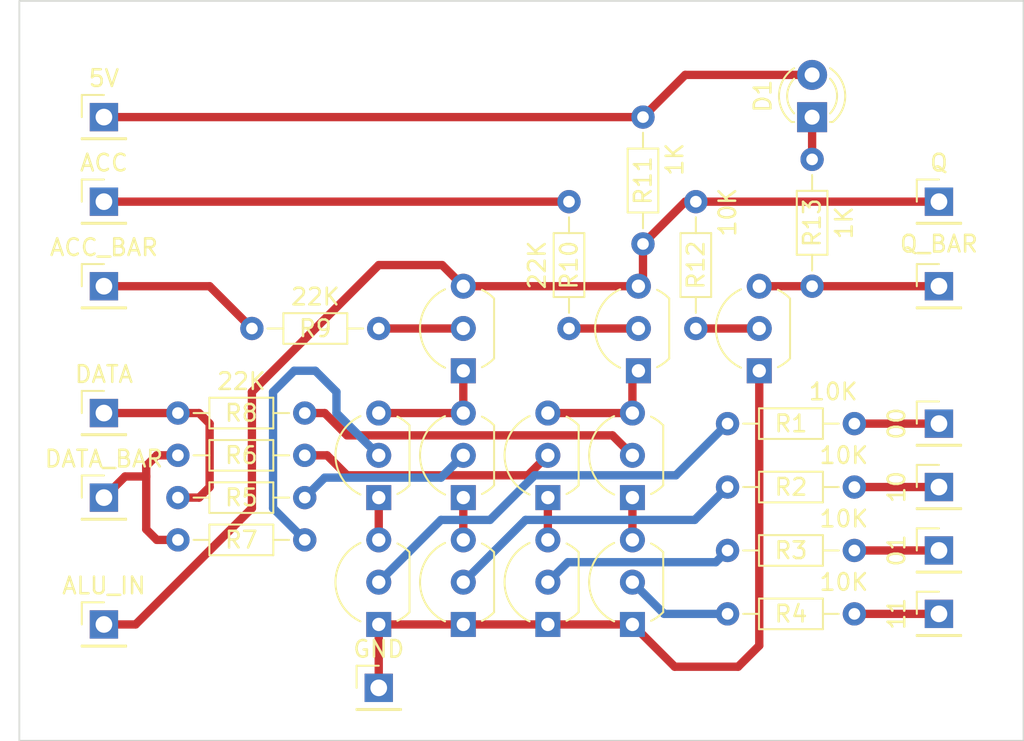
<source format=kicad_pcb>
(kicad_pcb (version 20221018) (generator pcbnew)
  (layers (0 "F.Cu" signal) (31 "B.Cu" signal) (34 "B.Paste" user) (35 "F.Paste" user) (36 "B.SilkS" user "B.Silkscreen") (37 "F.SilkS" user "F.Silkscreen") (38 "B.Mask" user) (39 "F.Mask" user) (44 "Edge.Cuts" user))
  (net 0 "")
  (net 1 "Net-(ACC1-Pin_1)")
  (net 2 "Net-(ACC_BAR1-Pin_1)")
  (net 3 "Net-(ALU_IN1-Pin_1)")
  (net 4 "Net-(D1-K)")
  (net 5 "+5V")
  (net 6 "Net-(DATA1-Pin_1)")
  (net 7 "Net-(IN_0-Pin_1)")
  (net 8 "Net-(IN_1-Pin_1)")
  (net 9 "Net-(IN_10-Pin_1)")
  (net 10 "Net-(IN_11-Pin_1)")
  (net 11 "GND")
  (net 12 "Net-(Q1-B)")
  (net 13 "Net-(Q1-C)")
  (net 14 "Net-(Q2-B)")
  (net 15 "Net-(Q2-C)")
  (net 16 "Net-(Q3-B)")
  (net 17 "Net-(Q3-C)")
  (net 18 "Net-(Q4-B)")
  (net 19 "Net-(Q4-C)")
  (net 20 "Net-(Q5-B)")
  (net 21 "Net-(Q5-C)")
  (net 22 "Net-(Q6-B)")
  (net 23 "Net-(Q10-E)")
  (net 24 "Net-(Q7-B)")
  (net 25 "Net-(Q8-B)")
  (net 26 "Net-(Q9-B)")
  (net 27 "Net-(Q10-B)")
  (net 28 "Net-(Q11-B)")
  (net 29 "Net-(Q11-C)")
  (net 30 "Net-(DATA_BAR1-Pin_1)")
  (footprint "Package_TO_SOT_THT:TO-92_Inline_Wide" (layer "F.Cu") (at 68.58 121.92 90)
    (fp_text reference "Q3" hide)
    (fp_text value "2N3904")
    (fp_line (start 0.74 1.85) (end 4.34 1.85) (stroke (width 0.12)) (layer "F.SilkS"))
    (fp_arc (start 0.1836 -1.098807) (mid 1.143021 -2.192817) (end 2.54 -2.6) (stroke (width 0.12)) (layer "F.SilkS"))
    (fp_arc (start 0.74 1.85) (mid 0.446097 1.509328) (end 0.215816 1.122795) (stroke (width 0.12)) (layer "F.SilkS"))
    (fp_arc (start 2.54 -2.6) (mid 3.936979 -2.192818) (end 4.8964 -1.098807) (stroke (width 0.12)) (layer "F.SilkS"))
    (fp_arc (start 4.864184 1.122795) (mid 4.633903 1.509328) (end 4.34 1.85) (stroke (width 0.12)) (layer "F.SilkS"))
    (pad "1" thru_hole rect (at 0 0 90) (size 1.5 1.5) (drill 0.8) (layers "*.Cu" "*.Mask") (net 11 "GND"))
    (pad "2" thru_hole circle (at 2.54 0 90) (size 1.5 1.5) (drill 0.8) (layers "*.Cu" "*.Mask") (net 16 "Net-(Q3-B)"))
    (pad "3" thru_hole circle (at 5.08 0 90) (size 1.5 1.5) (drill 0.8) (layers "*.Cu" "*.Mask") (net 17 "Net-(Q3-C)"))
  )
  (footprint "Package_TO_SOT_THT:TO-92_Inline_Wide" (layer "F.Cu") (at 73.66 114.3 90)
    (fp_text reference "Q8" hide)
    (fp_text value "2N3904" hide)
    (fp_line (start 0.74 1.85) (end 4.34 1.85) (stroke (width 0.12)) (layer "F.SilkS"))
    (fp_arc (start 0.1836 -1.098807) (mid 1.143021 -2.192817) (end 2.54 -2.6) (stroke (width 0.12)) (layer "F.SilkS"))
    (fp_arc (start 0.74 1.85) (mid 0.446097 1.509328) (end 0.215816 1.122795) (stroke (width 0.12)) (layer "F.SilkS"))
    (fp_arc (start 2.54 -2.6) (mid 3.936979 -2.192818) (end 4.8964 -1.098807) (stroke (width 0.12)) (layer "F.SilkS"))
    (fp_arc (start 4.864184 1.122795) (mid 4.633903 1.509328) (end 4.34 1.85) (stroke (width 0.12)) (layer "F.SilkS"))
    (pad "1" thru_hole rect (at 0 0 90) (size 1.5 1.5) (drill 0.8) (layers "*.Cu" "*.Mask") (net 19 "Net-(Q4-C)"))
    (pad "2" thru_hole circle (at 2.54 0 90) (size 1.5 1.5) (drill 0.8) (layers "*.Cu" "*.Mask") (net 25 "Net-(Q8-B)"))
    (pad "3" thru_hole circle (at 5.08 0 90) (size 1.5 1.5) (drill 0.8) (layers "*.Cu" "*.Mask") (net 23 "Net-(Q10-E)"))
  )
  (footprint "Resistor_THT:R_Axial_DIN0204_L3.6mm_D1.6mm_P7.62mm_Horizontal" (layer "F.Cu") (at 86.995 117.475 180)
    (fp_text reference "R3" (at 3.81 0) (layer "F.SilkS"))
    (fp_text value "10K" (at 0.635 1.905) (layer "F.SilkS"))
    (fp_line (start 0.94 0) (end 1.89 0) (stroke (width 0.12)) (layer "F.SilkS"))
    (fp_line (start 1.89 -0.92) (end 1.89 0.92) (stroke (width 0.12)) (layer "F.SilkS"))
    (fp_line (start 1.89 0.92) (end 5.73 0.92) (stroke (width 0.12)) (layer "F.SilkS"))
    (fp_line (start 5.73 -0.92) (end 1.89 -0.92) (stroke (width 0.12)) (layer "F.SilkS"))
    (fp_line (start 5.73 0.92) (end 5.73 -0.92) (stroke (width 0.12)) (layer "F.SilkS"))
    (fp_line (start 6.68 0) (end 5.73 0) (stroke (width 0.12)) (layer "F.SilkS"))
    (pad "1" thru_hole circle (at 0 0 180) (size 1.4 1.4) (drill 0.7) (layers "*.Cu" "*.Mask") (net 9 "Net-(IN_10-Pin_1)"))
    (pad "2" thru_hole oval (at 7.62 0 180) (size 1.4 1.4) (drill 0.7) (layers "*.Cu" "*.Mask") (net 16 "Net-(Q3-B)"))
  )
  (footprint "Connector_PinHeader_2.54mm:PinHeader_1x01_P2.54mm_Vertical" (layer "F.Cu") (at 92.075 117.475)
    (fp_text reference "IN_10" hide)
    (fp_text value "Conn_01x01_Pin" hide)
    (fp_line (start -1.33 -1.33) (end 0 -1.33) (stroke (width 0.12)) (layer "F.SilkS"))
    (fp_line (start -1.33 0) (end -1.33 -1.33) (stroke (width 0.12)) (layer "F.SilkS"))
    (fp_line (start -1.33 1.27) (end -1.33 1.33) (stroke (width 0.12)) (layer "F.SilkS"))
    (fp_line (start -1.33 1.27) (end 1.33 1.27) (stroke (width 0.12)) (layer "F.SilkS"))
    (fp_line (start -1.33 1.33) (end 1.33 1.33) (stroke (width 0.12)) (layer "F.SilkS"))
    (fp_line (start 1.33 1.27) (end 1.33 1.33) (stroke (width 0.12)) (layer "F.SilkS"))
    (pad "1" thru_hole rect (at 0 0) (size 1.7 1.7) (drill 1) (layers "*.Cu" "*.Mask") (net 9 "Net-(IN_10-Pin_1)"))
  )
  (footprint "Package_TO_SOT_THT:TO-92_Inline_Wide" (layer "F.Cu") (at 73.66 121.92 90)
    (fp_text reference "Q4" hide)
    (fp_text value "2N3904" hide)
    (fp_line (start 0.74 1.85) (end 4.34 1.85) (stroke (width 0.12)) (layer "F.SilkS"))
    (fp_arc (start 0.1836 -1.098807) (mid 1.143021 -2.192817) (end 2.54 -2.6) (stroke (width 0.12)) (layer "F.SilkS"))
    (fp_arc (start 0.74 1.85) (mid 0.446097 1.509328) (end 0.215816 1.122795) (stroke (width 0.12)) (layer "F.SilkS"))
    (fp_arc (start 2.54 -2.6) (mid 3.936979 -2.192818) (end 4.8964 -1.098807) (stroke (width 0.12)) (layer "F.SilkS"))
    (fp_arc (start 4.864184 1.122795) (mid 4.633903 1.509328) (end 4.34 1.85) (stroke (width 0.12)) (layer "F.SilkS"))
    (pad "1" thru_hole rect (at 0 0 90) (size 1.5 1.5) (drill 0.8) (layers "*.Cu" "*.Mask") (net 11 "GND"))
    (pad "2" thru_hole circle (at 2.54 0 90) (size 1.5 1.5) (drill 0.8) (layers "*.Cu" "*.Mask") (net 18 "Net-(Q4-B)"))
    (pad "3" thru_hole circle (at 5.08 0 90) (size 1.5 1.5) (drill 0.8) (layers "*.Cu" "*.Mask") (net 19 "Net-(Q4-C)"))
  )
  (footprint "Connector_PinHeader_2.54mm:PinHeader_1x01_P2.54mm_Vertical" (layer "F.Cu") (at 41.91 101.6)
    (fp_text reference "ACC_BAR" (at 0 -2.33) (layer "F.SilkS"))
    (fp_text value "Conn_01x01_Pin" hide)
    (fp_line (start -1.33 -1.33) (end 0 -1.33) (stroke (width 0.12)) (layer "F.SilkS"))
    (fp_line (start -1.33 0) (end -1.33 -1.33) (stroke (width 0.12)) (layer "F.SilkS"))
    (fp_line (start -1.33 1.27) (end -1.33 1.33) (stroke (width 0.12)) (layer "F.SilkS"))
    (fp_line (start -1.33 1.27) (end 1.33 1.27) (stroke (width 0.12)) (layer "F.SilkS"))
    (fp_line (start -1.33 1.33) (end 1.33 1.33) (stroke (width 0.12)) (layer "F.SilkS"))
    (fp_line (start 1.33 1.27) (end 1.33 1.33) (stroke (width 0.12)) (layer "F.SilkS"))
    (pad "1" thru_hole rect (at 0 0) (size 1.7 1.7) (drill 1) (layers "*.Cu" "*.Mask") (net 2 "Net-(ACC_BAR1-Pin_1)"))
  )
  (footprint "Connector_PinHeader_2.54mm:PinHeader_1x01_P2.54mm_Vertical" (layer "F.Cu") (at 58.42 125.73)
    (fp_text reference "GND" (at 0 -2.33) (layer "F.SilkS"))
    (fp_text value "Conn_01x01_Pin" hide)
    (fp_line (start -1.33 -1.33) (end 0 -1.33) (stroke (width 0.12)) (layer "F.SilkS"))
    (fp_line (start -1.33 0) (end -1.33 -1.33) (stroke (width 0.12)) (layer "F.SilkS"))
    (fp_line (start -1.33 1.27) (end -1.33 1.33) (stroke (width 0.12)) (layer "F.SilkS"))
    (fp_line (start -1.33 1.27) (end 1.33 1.27) (stroke (width 0.12)) (layer "F.SilkS"))
    (fp_line (start -1.33 1.33) (end 1.33 1.33) (stroke (width 0.12)) (layer "F.SilkS"))
    (fp_line (start 1.33 1.27) (end 1.33 1.33) (stroke (width 0.12)) (layer "F.SilkS"))
    (pad "1" thru_hole rect (at 0 0) (size 1.7 1.7) (drill 1) (layers "*.Cu" "*.Mask") (net 11 "GND"))
  )
  (footprint "MountingHole:MountingHole_2.1mm" (layer "F.Cu") (at 39.37 86.995)
    (fp_text reference "REF**" hide)
    (fp_text value "MountingHole_2.1mm" hide)
    (pad "" np_thru_hole circle (at 0 0) (size 2.1 2.1) (drill 2.1) (layers "*.Cu" "*.Mask"))
  )
  (footprint "Resistor_THT:R_Axial_DIN0204_L3.6mm_D1.6mm_P7.62mm_Horizontal" (layer "F.Cu") (at 86.995 113.665 180)
    (fp_text reference "R2" (at 3.81 0) (layer "F.SilkS"))
    (fp_text value "10K" (at 0.635 1.905) (layer "F.SilkS"))
    (fp_line (start 0.94 0) (end 1.89 0) (stroke (width 0.12)) (layer "F.SilkS"))
    (fp_line (start 1.89 -0.92) (end 1.89 0.92) (stroke (width 0.12)) (layer "F.SilkS"))
    (fp_line (start 1.89 0.92) (end 5.73 0.92) (stroke (width 0.12)) (layer "F.SilkS"))
    (fp_line (start 5.73 -0.92) (end 1.89 -0.92) (stroke (width 0.12)) (layer "F.SilkS"))
    (fp_line (start 5.73 0.92) (end 5.73 -0.92) (stroke (width 0.12)) (layer "F.SilkS"))
    (fp_line (start 6.68 0) (end 5.73 0) (stroke (width 0.12)) (layer "F.SilkS"))
    (pad "1" thru_hole circle (at 0 0 180) (size 1.4 1.4) (drill 0.7) (layers "*.Cu" "*.Mask") (net 8 "Net-(IN_1-Pin_1)"))
    (pad "2" thru_hole oval (at 7.62 0 180) (size 1.4 1.4) (drill 0.7) (layers "*.Cu" "*.Mask") (net 14 "Net-(Q2-B)"))
  )
  (footprint "Resistor_THT:R_Axial_DIN0204_L3.6mm_D1.6mm_P7.62mm_Horizontal" (layer "F.Cu") (at 86.995 109.855 180)
    (fp_text reference "R1" (at 3.81 0) (layer "F.SilkS"))
    (fp_text value "10K" (at 1.27 1.92) (layer "F.SilkS"))
    (fp_line (start 0.94 0) (end 1.89 0) (stroke (width 0.12)) (layer "F.SilkS"))
    (fp_line (start 1.89 -0.92) (end 1.89 0.92) (stroke (width 0.12)) (layer "F.SilkS"))
    (fp_line (start 1.89 0.92) (end 5.73 0.92) (stroke (width 0.12)) (layer "F.SilkS"))
    (fp_line (start 5.73 -0.92) (end 1.89 -0.92) (stroke (width 0.12)) (layer "F.SilkS"))
    (fp_line (start 5.73 0.92) (end 5.73 -0.92) (stroke (width 0.12)) (layer "F.SilkS"))
    (fp_line (start 6.68 0) (end 5.73 0) (stroke (width 0.12)) (layer "F.SilkS"))
    (pad "1" thru_hole circle (at 0 0 180) (size 1.4 1.4) (drill 0.7) (layers "*.Cu" "*.Mask") (net 7 "Net-(IN_0-Pin_1)"))
    (pad "2" thru_hole oval (at 7.62 0 180) (size 1.4 1.4) (drill 0.7) (layers "*.Cu" "*.Mask") (net 12 "Net-(Q1-B)"))
  )
  (footprint "Connector_PinHeader_2.54mm:PinHeader_1x01_P2.54mm_Vertical" (layer "F.Cu") (at 92.075 121.285)
    (fp_text reference "11" (at -2.54 0 90) (layer "F.SilkS"))
    (fp_text value "Conn_01x01_Pin" hide)
    (fp_line (start -1.33 -1.33) (end 0 -1.33) (stroke (width 0.12)) (layer "F.SilkS"))
    (fp_line (start -1.33 0) (end -1.33 -1.33) (stroke (width 0.12)) (layer "F.SilkS"))
    (fp_line (start -1.33 1.27) (end -1.33 1.33) (stroke (width 0.12)) (layer "F.SilkS"))
    (fp_line (start -1.33 1.27) (end 1.33 1.27) (stroke (width 0.12)) (layer "F.SilkS"))
    (fp_line (start -1.33 1.33) (end 1.33 1.33) (stroke (width 0.12)) (layer "F.SilkS"))
    (fp_line (start 1.33 1.27) (end 1.33 1.33) (stroke (width 0.12)) (layer "F.SilkS"))
    (pad "1" thru_hole rect (at 0 0) (size 1.7 1.7) (drill 1) (layers "*.Cu" "*.Mask") (net 10 "Net-(IN_11-Pin_1)"))
  )
  (footprint "Connector_PinHeader_2.54mm:PinHeader_1x01_P2.54mm_Vertical" (layer "F.Cu") (at 41.91 96.52)
    (fp_text reference "ACC" (at 0 -2.33) (layer "F.SilkS"))
    (fp_text value "Conn_01x01_Pin" hide)
    (fp_line (start -1.33 -1.33) (end 0 -1.33) (stroke (width 0.12)) (layer "F.SilkS"))
    (fp_line (start -1.33 0) (end -1.33 -1.33) (stroke (width 0.12)) (layer "F.SilkS"))
    (fp_line (start -1.33 1.27) (end -1.33 1.33) (stroke (width 0.12)) (layer "F.SilkS"))
    (fp_line (start -1.33 1.27) (end 1.33 1.27) (stroke (width 0.12)) (layer "F.SilkS"))
    (fp_line (start -1.33 1.33) (end 1.33 1.33) (stroke (width 0.12)) (layer "F.SilkS"))
    (fp_line (start 1.33 1.27) (end 1.33 1.33) (stroke (width 0.12)) (layer "F.SilkS"))
    (pad "1" thru_hole rect (at 0 0) (size 1.7 1.7) (drill 1) (layers "*.Cu" "*.Mask") (net 1 "Net-(ACC1-Pin_1)"))
  )
  (footprint "Connector_PinHeader_2.54mm:PinHeader_1x01_P2.54mm_Vertical" (layer "F.Cu") (at 92.075 109.855)
    (fp_text reference "00" (at -2.54 0 90) (layer "F.SilkS"))
    (fp_text value "Conn_01x01_Pin" hide)
    (fp_line (start -1.33 -1.33) (end 0 -1.33) (stroke (width 0.12)) (layer "F.SilkS"))
    (fp_line (start -1.33 0) (end -1.33 -1.33) (stroke (width 0.12)) (layer "F.SilkS"))
    (fp_line (start -1.33 1.27) (end -1.33 1.33) (stroke (width 0.12)) (layer "F.SilkS"))
    (fp_line (start -1.33 1.27) (end 1.33 1.27) (stroke (width 0.12)) (layer "F.SilkS"))
    (fp_line (start -1.33 1.33) (end 1.33 1.33) (stroke (width 0.12)) (layer "F.SilkS"))
    (fp_line (start 1.33 1.27) (end 1.33 1.33) (stroke (width 0.12)) (layer "F.SilkS"))
    (pad "1" thru_hole rect (at 0 0) (size 1.7 1.7) (drill 1) (layers "*.Cu" "*.Mask") (net 7 "Net-(IN_0-Pin_1)"))
  )
  (footprint "MountingHole:MountingHole_2.1mm" (layer "F.Cu") (at 39.37 126.365)
    (fp_text reference "REF**" hide)
    (fp_text value "MountingHole_2.1mm" hide)
    (pad "" np_thru_hole circle (at 0 0) (size 2.1 2.1) (drill 2.1) (layers "F&B.Cu" "*.Mask"))
  )
  (footprint "Package_TO_SOT_THT:TO-92_Inline_Wide" (layer "F.Cu") (at 74.02 106.68 90)
    (fp_text reference "Q10" hide)
    (fp_text value "2N3904" hide)
    (fp_line (start 0.74 1.85) (end 4.34 1.85) (stroke (width 0.12)) (layer "F.SilkS"))
    (fp_arc (start 0.1836 -1.098807) (mid 1.143021 -2.192817) (end 2.54 -2.6) (stroke (width 0.12)) (layer "F.SilkS"))
    (fp_arc (start 0.74 1.85) (mid 0.446097 1.509328) (end 0.215816 1.122795) (stroke (width 0.12)) (layer "F.SilkS"))
    (fp_arc (start 2.54 -2.6) (mid 3.936979 -2.192818) (end 4.8964 -1.098807) (stroke (width 0.12)) (layer "F.SilkS"))
    (fp_arc (start 4.864184 1.122795) (mid 4.633903 1.509328) (end 4.34 1.85) (stroke (width 0.12)) (layer "F.SilkS"))
    (pad "1" thru_hole rect (at 0 0 90) (size 1.5 1.5) (drill 0.8) (layers "*.Cu" "*.Mask") (net 23 "Net-(Q10-E)"))
    (pad "2" thru_hole circle (at 2.54 0 90) (size 1.5 1.5) (drill 0.8) (layers "*.Cu" "*.Mask") (net 27 "Net-(Q10-B)"))
    (pad "3" thru_hole circle (at 5.08 0 90) (size 1.5 1.5) (drill 0.8) (layers "*.Cu" "*.Mask") (net 3 "Net-(ALU_IN1-Pin_1)"))
  )
  (footprint "Connector_PinHeader_2.54mm:PinHeader_1x01_P2.54mm_Vertical" (layer "F.Cu") (at 41.91 121.92)
    (fp_text reference "ALU_IN" (at 0 -2.33) (layer "F.SilkS"))
    (fp_text value "Conn_01x01_Pin" hide)
    (fp_line (start -1.33 -1.33) (end 0 -1.33) (stroke (width 0.12)) (layer "F.SilkS"))
    (fp_line (start -1.33 0) (end -1.33 -1.33) (stroke (width 0.12)) (layer "F.SilkS"))
    (fp_line (start -1.33 1.27) (end -1.33 1.33) (stroke (width 0.12)) (layer "F.SilkS"))
    (fp_line (start -1.33 1.27) (end 1.33 1.27) (stroke (width 0.12)) (layer "F.SilkS"))
    (fp_line (start -1.33 1.33) (end 1.33 1.33) (stroke (width 0.12)) (layer "F.SilkS"))
    (fp_line (start 1.33 1.27) (end 1.33 1.33) (stroke (width 0.12)) (layer "F.SilkS"))
    (pad "1" thru_hole rect (at 0 0) (size 1.7 1.7) (drill 1) (layers "*.Cu" "*.Mask") (net 3 "Net-(ALU_IN1-Pin_1)"))
  )
  (footprint "Resistor_THT:R_Axial_DIN0204_L3.6mm_D1.6mm_P7.62mm_Horizontal" (layer "F.Cu") (at 46.355 114.3)
    (fp_text reference "R5" (at 3.81 0) (layer "F.SilkS"))
    (fp_text value "10K")
    (fp_line (start 0.94 0) (end 1.89 0) (stroke (width 0.12)) (layer "F.SilkS"))
    (fp_line (start 1.89 -0.92) (end 1.89 0.92) (stroke (width 0.12)) (layer "F.SilkS"))
    (fp_line (start 1.89 0.92) (end 5.73 0.92) (stroke (width 0.12)) (layer "F.SilkS"))
    (fp_line (start 5.73 -0.92) (end 1.89 -0.92) (stroke (width 0.12)) (layer "F.SilkS"))
    (fp_line (start 5.73 0.92) (end 5.73 -0.92) (stroke (width 0.12)) (layer "F.SilkS"))
    (fp_line (start 6.68 0) (end 5.73 0) (stroke (width 0.12)) (layer "F.SilkS"))
    (pad "1" thru_hole circle (at 0 0) (size 1.4 1.4) (drill 0.7) (layers "*.Cu" "*.Mask") (net 6 "Net-(DATA1-Pin_1)"))
    (pad "2" thru_hole oval (at 7.62 0) (size 1.4 1.4) (drill 0.7) (layers "*.Cu" "*.Mask") (net 20 "Net-(Q5-B)"))
  )
  (footprint "Package_TO_SOT_THT:TO-92_Inline_Wide" (layer "F.Cu") (at 63.5 121.92 90)
    (fp_text reference "Q2" hide)
    (fp_text value "2N3904")
    (fp_line (start 0.74 1.85) (end 4.34 1.85) (stroke (width 0.12)) (layer "F.SilkS"))
    (fp_arc (start 0.1836 -1.098807) (mid 1.143021 -2.192817) (end 2.54 -2.6) (stroke (width 0.12)) (layer "F.SilkS"))
    (fp_arc (start 0.74 1.85) (mid 0.446097 1.509328) (end 0.215816 1.122795) (stroke (width 0.12)) (layer "F.SilkS"))
    (fp_arc (start 2.54 -2.6) (mid 3.936979 -2.192818) (end 4.8964 -1.098807) (stroke (width 0.12)) (layer "F.SilkS"))
    (fp_arc (start 4.864184 1.122795) (mid 4.633903 1.509328) (end 4.34 1.85) (stroke (width 0.12)) (layer "F.SilkS"))
    (pad "1" thru_hole rect (at 0 0 90) (size 1.5 1.5) (drill 0.8) (layers "*.Cu" "*.Mask") (net 11 "GND"))
    (pad "2" thru_hole circle (at 2.54 0 90) (size 1.5 1.5) (drill 0.8) (layers "*.Cu" "*.Mask") (net 14 "Net-(Q2-B)"))
    (pad "3" thru_hole circle (at 5.08 0 90) (size 1.5 1.5) (drill 0.8) (layers "*.Cu" "*.Mask") (net 15 "Net-(Q2-C)"))
  )
  (footprint "MountingHole:MountingHole_2.1mm" (layer "F.Cu") (at 94.615 126.365)
    (fp_text reference "REF**" hide)
    (fp_text value "MountingHole_2.1mm" hide)
    (pad "" np_thru_hole circle (at 0 0) (size 2.1 2.1) (drill 2.1) (layers "F&B.Cu" "*.Mask"))
  )
  (footprint "MountingHole:MountingHole_2.1mm" (layer "F.Cu") (at 94.615 86.995)
    (fp_text reference "REF**" hide)
    (fp_text value "MountingHole_2.1mm" hide)
    (pad "" np_thru_hole circle (at 0 0) (size 2.1 2.1) (drill 2.1) (layers "F&B.Cu" "*.Mask"))
  )
  (footprint "Connector_PinHeader_2.54mm:PinHeader_1x01_P2.54mm_Vertical" (layer "F.Cu") (at 41.91 91.44)
    (fp_text reference "5V" (at 0 -2.33) (layer "F.SilkS"))
    (fp_text value "Conn_01x01_Pin" hide)
    (fp_line (start -1.33 -1.33) (end 0 -1.33) (stroke (width 0.12)) (layer "F.SilkS"))
    (fp_line (start -1.33 0) (end -1.33 -1.33) (stroke (width 0.12)) (layer "F.SilkS"))
    (fp_line (start -1.33 1.27) (end -1.33 1.33) (stroke (width 0.12)) (layer "F.SilkS"))
    (fp_line (start -1.33 1.27) (end 1.33 1.27) (stroke (width 0.12)) (layer "F.SilkS"))
    (fp_line (start -1.33 1.33) (end 1.33 1.33) (stroke (width 0.12)) (layer "F.SilkS"))
    (fp_line (start 1.33 1.27) (end 1.33 1.33) (stroke (width 0.12)) (layer "F.SilkS"))
    (pad "1" thru_hole rect (at 0 0) (size 1.7 1.7) (drill 1) (layers "*.Cu" "*.Mask") (net 5 "+5V"))
  )
  (footprint "Package_TO_SOT_THT:TO-92_Inline_Wide" (layer "F.Cu") (at 63.5 114.3 90)
    (fp_text reference "Q5" hide)
    (fp_text value "2N3904")
    (fp_line (start 0.74 1.85) (end 4.34 1.85) (stroke (width 0.12)) (layer "F.SilkS"))
    (fp_arc (start 0.1836 -1.098807) (mid 1.143021 -2.192817) (end 2.54 -2.6) (stroke (width 0.12)) (layer "F.SilkS"))
    (fp_arc (start 0.74 1.85) (mid 0.446097 1.509328) (end 0.215816 1.122795) (stroke (width 0.12)) (layer "F.SilkS"))
    (fp_arc (start 2.54 -2.6) (mid 3.936979 -2.192818) (end 4.8964 -1.098807) (stroke (width 0.12)) (layer "F.SilkS"))
    (fp_arc (start 4.864184 1.122795) (mid 4.633903 1.509328) (end 4.34 1.85) (stroke (width 0.12)) (layer "F.SilkS"))
    (pad "1" thru_hole rect (at 0 0 90) (size 1.5 1.5) (drill 0.8) (layers "*.Cu" "*.Mask") (net 15 "Net-(Q2-C)"))
    (pad "2" thru_hole circle (at 2.54 0 90) (size 1.5 1.5) (drill 0.8) (layers "*.Cu" "*.Mask") (net 20 "Net-(Q5-B)"))
    (pad "3" thru_hole circle (at 5.08 0 90) (size 1.5 1.5) (drill 0.8) (layers "*.Cu" "*.Mask") (net 21 "Net-(Q5-C)"))
  )
  (footprint "Resistor_THT:R_Axial_DIN0204_L3.6mm_D1.6mm_P7.62mm_Horizontal" (layer "F.Cu") (at 50.8 104.14)
    (fp_text reference "R9" (at 3.81 0) (layer "F.SilkS"))
    (fp_text value "22K" (at 3.81 -1.905) (layer "F.SilkS"))
    (fp_line (start 0.94 0) (end 1.89 0) (stroke (width 0.12)) (layer "F.SilkS"))
    (fp_line (start 1.89 -0.92) (end 1.89 0.92) (stroke (width 0.12)) (layer "F.SilkS"))
    (fp_line (start 1.89 0.92) (end 5.73 0.92) (stroke (width 0.12)) (layer "F.SilkS"))
    (fp_line (start 5.73 -0.92) (end 1.89 -0.92) (stroke (width 0.12)) (layer "F.SilkS"))
    (fp_line (start 5.73 0.92) (end 5.73 -0.92) (stroke (width 0.12)) (layer "F.SilkS"))
    (fp_line (start 6.68 0) (end 5.73 0) (stroke (width 0.12)) (layer "F.SilkS"))
    (pad "1" thru_hole circle (at 0 0) (size 1.4 1.4) (drill 0.7) (layers "*.Cu" "*.Mask") (net 2 "Net-(ACC_BAR1-Pin_1)"))
    (pad "2" thru_hole oval (at 7.62 0) (size 1.4 1.4) (drill 0.7) (layers "*.Cu" "*.Mask") (net 26 "Net-(Q9-B)"))
  )
  (footprint "Resistor_THT:R_Axial_DIN0204_L3.6mm_D1.6mm_P7.62mm_Horizontal" (layer "F.Cu") (at 46.355 116.84)
    (fp_text reference "R7" (at 3.81 0) (layer "F.SilkS"))
    (fp_text value "10K")
    (fp_line (start 0.94 0) (end 1.89 0) (stroke (width 0.12)) (layer "F.SilkS"))
    (fp_line (start 1.89 -0.92) (end 1.89 0.92) (stroke (width 0.12)) (layer "F.SilkS"))
    (fp_line (start 1.89 0.92) (end 5.73 0.92) (stroke (width 0.12)) (layer "F.SilkS"))
    (fp_line (start 5.73 -0.92) (end 1.89 -0.92) (stroke (width 0.12)) (layer "F.SilkS"))
    (fp_line (start 5.73 0.92) (end 5.73 -0.92) (stroke (width 0.12)) (layer "F.SilkS"))
    (fp_line (start 6.68 0) (end 5.73 0) (stroke (width 0.12)) (layer "F.SilkS"))
    (pad "1" thru_hole circle (at 0 0) (size 1.4 1.4) (drill 0.7) (layers "*.Cu" "*.Mask") (net 30 "Net-(DATA_BAR1-Pin_1)"))
    (pad "2" thru_hole oval (at 7.62 0) (size 1.4 1.4) (drill 0.7) (layers "*.Cu" "*.Mask") (net 24 "Net-(Q7-B)"))
  )
  (footprint "Resistor_THT:R_Axial_DIN0204_L3.6mm_D1.6mm_P7.62mm_Horizontal" (layer "F.Cu") (at 77.47 96.52 -90)
    (fp_text reference "R12" (at 3.81 0 90) (layer "F.SilkS"))
    (fp_text value "10K" (at 0.635 -1.905 90) (layer "F.SilkS"))
    (fp_line (start 0.94 0) (end 1.89 0) (stroke (width 0.12)) (layer "F.SilkS"))
    (fp_line (start 1.89 -0.92) (end 1.89 0.92) (stroke (width 0.12)) (layer "F.SilkS"))
    (fp_line (start 1.89 0.92) (end 5.73 0.92) (stroke (width 0.12)) (layer "F.SilkS"))
    (fp_line (start 5.73 -0.92) (end 1.89 -0.92) (stroke (width 0.12)) (layer "F.SilkS"))
    (fp_line (start 5.73 0.92) (end 5.73 -0.92) (stroke (width 0.12)) (layer "F.SilkS"))
    (fp_line (start 6.68 0) (end 5.73 0) (stroke (width 0.12)) (layer "F.SilkS"))
    (pad "1" thru_hole circle (at 0 0 270) (size 1.4 1.4) (drill 0.7) (layers "*.Cu" "*.Mask") (net 3 "Net-(ALU_IN1-Pin_1)"))
    (pad "2" thru_hole oval (at 7.62 0 270) (size 1.4 1.4) (drill 0.7) (layers "*.Cu" "*.Mask") (net 28 "Net-(Q11-B)"))
  )
  (footprint "Package_TO_SOT_THT:TO-92_Inline_Wide" (layer "F.Cu") (at 68.58 114.3 90)
    (fp_text reference "Q6" hide)
    (fp_text value "2N3904")
    (fp_line (start 0.74 1.85) (end 4.34 1.85) (stroke (width 0.12)) (layer "F.SilkS"))
    (fp_arc (start 0.1836 -1.098807) (mid 1.143021 -2.192817) (end 2.54 -2.6) (stroke (width 0.12)) (layer "F.SilkS"))
    (fp_arc (start 0.74 1.85) (mid 0.446097 1.509328) (end 0.215816 1.122795) (stroke (width 0.12)) (layer "F.SilkS"))
    (fp_arc (start 2.54 -2.6) (mid 3.936979 -2.192818) (end 4.8964 -1.098807) (stroke (width 0.12)) (layer "F.SilkS"))
    (fp_arc (start 4.864184 1.122795) (mid 4.633903 1.509328) (end 4.34 1.85) (stroke (width 0.12)) (layer "F.SilkS"))
    (pad "1" thru_hole rect (at 0 0 90) (size 1.5 1.5) (drill 0.8) (layers "*.Cu" "*.Mask") (net 17 "Net-(Q3-C)"))
    (pad "2" thru_hole circle (at 2.54 0 90) (size 1.5 1.5) (drill 0.8) (layers "*.Cu" "*.Mask") (net 22 "Net-(Q6-B)"))
    (pad "3" thru_hole circle (at 5.08 0 90) (size 1.5 1.5) (drill 0.8) (layers "*.Cu" "*.Mask") (net 23 "Net-(Q10-E)"))
  )
  (footprint "Resistor_THT:R_Axial_DIN0204_L3.6mm_D1.6mm_P7.62mm_Horizontal" (layer "F.Cu") (at 86.995 121.285 180)
    (fp_text reference "R4" (at 3.81 0) (layer "F.SilkS"))
    (fp_text value "10K" (at 0.635 1.905) (layer "F.SilkS"))
    (fp_line (start 0.94 0) (end 1.89 0) (stroke (width 0.12)) (layer "F.SilkS"))
    (fp_line (start 1.89 -0.92) (end 1.89 0.92) (stroke (width 0.12)) (layer "F.SilkS"))
    (fp_line (start 1.89 0.92) (end 5.73 0.92) (stroke (width 0.12)) (layer "F.SilkS"))
    (fp_line (start 5.73 -0.92) (end 1.89 -0.92) (stroke (width 0.12)) (layer "F.SilkS"))
    (fp_line (start 5.73 0.92) (end 5.73 -0.92) (stroke (width 0.12)) (layer "F.SilkS"))
    (fp_line (start 6.68 0) (end 5.73 0) (stroke (width 0.12)) (layer "F.SilkS"))
    (pad "1" thru_hole circle (at 0 0 180) (size 1.4 1.4) (drill 0.7) (layers "*.Cu" "*.Mask") (net 10 "Net-(IN_11-Pin_1)"))
    (pad "2" thru_hole oval (at 7.62 0 180) (size 1.4 1.4) (drill 0.7) (layers "*.Cu" "*.Mask") (net 18 "Net-(Q4-B)"))
  )
  (footprint "Package_TO_SOT_THT:TO-92_Inline_Wide" (layer "F.Cu") (at 58.42 121.92 90)
    (fp_text reference "Q1" hide)
    (fp_text value "2N3904")
    (fp_line (start 0.74 1.85) (end 4.34 1.85) (stroke (width 0.12)) (layer "F.SilkS"))
    (fp_arc (start 0.1836 -1.098807) (mid 1.143021 -2.192817) (end 2.54 -2.6) (stroke (width 0.12)) (layer "F.SilkS"))
    (fp_arc (start 0.74 1.85) (mid 0.446097 1.509328) (end 0.215816 1.122795) (stroke (width 0.12)) (layer "F.SilkS"))
    (fp_arc (start 2.54 -2.6) (mid 3.936979 -2.192818) (end 4.8964 -1.098807) (stroke (width 0.12)) (layer "F.SilkS"))
    (fp_arc (start 4.864184 1.122795) (mid 4.633903 1.509328) (end 4.34 1.85) (stroke (width 0.12)) (layer "F.SilkS"))
    (pad "1" thru_hole rect (at 0 0 90) (size 1.5 1.5) (drill 0.8) (layers "*.Cu" "*.Mask") (net 11 "GND"))
    (pad "2" thru_hole circle (at 2.54 0 90) (size 1.5 1.5) (drill 0.8) (layers "*.Cu" "*.Mask") (net 12 "Net-(Q1-B)"))
    (pad "3" thru_hole circle (at 5.08 0 90) (size 1.5 1.5) (drill 0.8) (layers "*.Cu" "*.Mask") (net 13 "Net-(Q1-C)"))
  )
  (footprint "Connector_PinHeader_2.54mm:PinHeader_1x01_P2.54mm_Vertical" (layer "F.Cu") (at 41.91 114.3)
    (fp_text reference "DATA_BAR" (at 0 -2.33) (layer "F.SilkS"))
    (fp_text value "Conn_01x01_Pin")
    (fp_line (start -1.33 -1.33) (end 0 -1.33) (stroke (width 0.12)) (layer "F.SilkS"))
    (fp_line (start -1.33 0) (end -1.33 -1.33) (stroke (width 0.12)) (layer "F.SilkS"))
    (fp_line (start -1.33 1.27) (end -1.33 1.33) (stroke (width 0.12)) (layer "F.SilkS"))
    (fp_line (start -1.33 1.27) (end 1.33 1.27) (stroke (width 0.12)) (layer "F.SilkS"))
    (fp_line (start -1.33 1.33) (end 1.33 1.33) (stroke (width 0.12)) (layer "F.SilkS"))
    (fp_line (start 1.33 1.27) (end 1.33 1.33) (stroke (width 0.12)) (layer "F.SilkS"))
    (pad "1" thru_hole rect (at 0 0) (size 1.7 1.7) (drill 1) (layers "*.Cu" "*.Mask") (net 30 "Net-(DATA_BAR1-Pin_1)"))
  )
  (footprint "Connector_PinHeader_2.54mm:PinHeader_1x01_P2.54mm_Vertical" (layer "F.Cu") (at 92.075 96.52)
    (fp_text reference "Q" (at 0 -2.33) (layer "F.SilkS"))
    (fp_text value "Conn_01x01_Pin" hide)
    (fp_line (start -1.33 -1.33) (end 0 -1.33) (stroke (width 0.12)) (layer "F.SilkS"))
    (fp_line (start -1.33 0) (end -1.33 -1.33) (stroke (width 0.12)) (layer "F.SilkS"))
    (fp_line (start -1.33 1.27) (end -1.33 1.33) (stroke (width 0.12)) (layer "F.SilkS"))
    (fp_line (start -1.33 1.27) (end 1.33 1.27) (stroke (width 0.12)) (layer "F.SilkS"))
    (fp_line (start -1.33 1.33) (end 1.33 1.33) (stroke (width 0.12)) (layer "F.SilkS"))
    (fp_line (start 1.33 1.27) (end 1.33 1.33) (stroke (width 0.12)) (layer "F.SilkS"))
    (pad "1" thru_hole rect (at 0 0) (size 1.7 1.7) (drill 1) (layers "*.Cu" "*.Mask") (net 3 "Net-(ALU_IN1-Pin_1)"))
  )
  (footprint "Resistor_THT:R_Axial_DIN0204_L3.6mm_D1.6mm_P7.62mm_Horizontal" (layer "F.Cu") (at 69.85 96.52 -90)
    (fp_text reference "R10" (at 3.81 0 90) (layer "F.SilkS"))
    (fp_text value "22K" (at 3.81 1.92 90) (layer "F.SilkS"))
    (fp_line (start 0.94 0) (end 1.89 0) (stroke (width 0.12)) (layer "F.SilkS"))
    (fp_line (start 1.89 -0.92) (end 1.89 0.92) (stroke (width 0.12)) (layer "F.SilkS"))
    (fp_line (start 1.89 0.92) (end 5.73 0.92) (stroke (width 0.12)) (layer "F.SilkS"))
    (fp_line (start 5.73 -0.92) (end 1.89 -0.92) (stroke (width 0.12)) (layer "F.SilkS"))
    (fp_line (start 5.73 0.92) (end 5.73 -0.92) (stroke (width 0.12)) (layer "F.SilkS"))
    (fp_line (start 6.68 0) (end 5.73 0) (stroke (width 0.12)) (layer "F.SilkS"))
    (pad "1" thru_hole circle (at 0 0 270) (size 1.4 1.4) (drill 0.7) (layers "*.Cu" "*.Mask") (net 1 "Net-(ACC1-Pin_1)"))
    (pad "2" thru_hole oval (at 7.62 0 270) (size 1.4 1.4) (drill 0.7) (layers "*.Cu" "*.Mask") (net 27 "Net-(Q10-B)"))
  )
  (footprint "Package_TO_SOT_THT:TO-92_Inline_Wide" (layer "F.Cu") (at 63.5 106.68 90)
    (fp_text reference "Q9" hide)
    (fp_text value "2N3904")
    (fp_line (start 0.74 1.85) (end 4.34 1.85) (stroke (width 0.12)) (layer "F.SilkS"))
    (fp_arc (start 0.1836 -1.098807) (mid 1.143021 -2.192817) (end 2.54 -2.6) (stroke (width 0.12)) (layer "F.SilkS"))
    (fp_arc (start 0.74 1.85) (mid 0.446097 1.509328) (end 0.215816 1.122795) (stroke (width 0.12)) (layer "F.SilkS"))
    (fp_arc (start 2.54 -2.6) (mid 3.936979 -2.192818) (end 4.8964 -1.098807) (stroke (width 0.12)) (layer "F.SilkS"))
    (fp_arc (start 4.864184 1.122795) (mid 4.633903 1.509328) (end 4.34 1.85) (stroke (width 0.12)) (layer "F.SilkS"))
    (pad "1" thru_hole rect (at 0 0 90) (size 1.5 1.5) (drill 0.8) (layers "*.Cu" "*.Mask") (net 21 "Net-(Q5-C)"))
    (pad "2" thru_hole circle (at 2.54 0 90) (size 1.5 1.5) (drill 0.8) (layers "*.Cu" "*.Mask") (net 26 "Net-(Q9-B)"))
    (pad "3" thru_hole circle (at 5.08 0 90) (size 1.5 1.5) (drill 0.8) (layers "*.Cu" "*.Mask") (net 3 "Net-(ALU_IN1-Pin_1)"))
  )
  (footprint "Package_TO_SOT_THT:TO-92_Inline_Wide" (layer "F.Cu") (at 58.42 114.3 90)
    (fp_text reference "Q7" hide)
    (fp_text value "2N3904")
    (fp_line (start 0.74 1.85) (end 4.34 1.85) (stroke (width 0.12)) (layer "F.SilkS"))
    (fp_arc (start 0.1836 -1.098807) (mid 1.143021 -2.192817) (end 2.54 -2.6) (stroke (width 0.12)) (layer "F.SilkS"))
    (fp_arc (start 0.74 1.85) (mid 0.446097 1.509328) (end 0.215816 1.122795) (stroke (width 0.12)) (layer "F.SilkS"))
    (fp_arc (start 2.54 -2.6) (mid 3.936979 -2.192818) (end 4.8964 -1.098807) (stroke (width 0.12)) (layer "F.SilkS"))
    (fp_arc (start 4.864184 1.122795) (mid 4.633903 1.509328) (end 4.34 1.85) (stroke (width 0.12)) (layer "F.SilkS"))
    (pad "1" thru_hole rect (at 0 0 90) (size 1.5 1.5) (drill 0.8) (layers "*.Cu" "*.Mask") (net 13 "Net-(Q1-C)"))
    (pad "2" thru_hole circle (at 2.54 0 90) (size 1.5 1.5) (drill 0.8) (layers "*.Cu" "*.Mask") (net 24 "Net-(Q7-B)"))
    (pad "3" thru_hole circle (at 5.08 0 90) (size 1.5 1.5) (drill 0.8) (layers "*.Cu" "*.Mask") (net 21 "Net-(Q5-C)"))
  )
  (footprint "Resistor_THT:R_Axial_DIN0204_L3.6mm_D1.6mm_P7.62mm_Horizontal" (layer "F.Cu") (at 46.355 111.76)
    (fp_text reference "R6" (at 3.81 0) (layer "F.SilkS"))
    (fp_text value "10K")
    (fp_line (start 0.94 0) (end 1.89 0) (stroke (width 0.12)) (layer "F.SilkS"))
    (fp_line (start 1.89 -0.92) (end 1.89 0.92) (stroke (width 0.12)) (layer "F.SilkS"))
    (fp_line (start 1.89 0.92) (end 5.73 0.92) (stroke (width 0.12)) (layer "F.SilkS"))
    (fp_line (start 5.73 -0.92) (end 1.89 -0.92) (stroke (width 0.12)) (layer "F.SilkS"))
    (fp_line (start 5.73 0.92) (end 5.73 -0.92) (stroke (width 0.12)) (layer "F.SilkS"))
    (fp_line (start 6.68 0) (end 5.73 0) (stroke (width 0.12)) (layer "F.SilkS"))
    (pad "1" thru_hole circle (at 0 0) (size 1.4 1.4) (drill 0.7) (layers "*.Cu" "*.Mask") (net 30 "Net-(DATA_BAR1-Pin_1)"))
    (pad "2" thru_hole oval (at 7.62 0) (size 1.4 1.4) (drill 0.7) (layers "*.Cu" "*.Mask") (net 22 "Net-(Q6-B)"))
  )
  (footprint "Resistor_THT:R_Axial_DIN0204_L3.6mm_D1.6mm_P7.62mm_Horizontal" (layer "F.Cu") (at 74.295 99.06 90)
    (fp_text reference "R11" (at 3.81 0 90) (layer "F.SilkS"))
    (fp_text value "1K" (at 5.08 1.905 90) (layer "F.SilkS"))
    (fp_line (start 0.94 0) (end 1.89 0) (stroke (width 0.12)) (layer "F.SilkS"))
    (fp_line (start 1.89 -0.92) (end 1.89 0.92) (stroke (width 0.12)) (layer "F.SilkS"))
    (fp_line (start 1.89 0.92) (end 5.73 0.92) (stroke (width 0.12)) (layer "F.SilkS"))
    (fp_line (start 5.73 -0.92) (end 1.89 -0.92) (stroke (width 0.12)) (layer "F.SilkS"))
    (fp_line (start 5.73 0.92) (end 5.73 -0.92) (stroke (width 0.12)) (layer "F.SilkS"))
    (fp_line (start 6.68 0) (end 5.73 0) (stroke (width 0.12)) (layer "F.SilkS"))
    (pad "1" thru_hole circle (at 0 0 90) (size 1.4 1.4) (drill 0.7) (layers "*.Cu" "*.Mask") (net 3 "Net-(ALU_IN1-Pin_1)"))
    (pad "2" thru_hole oval (at 7.62 0 90) (size 1.4 1.4) (drill 0.7) (layers "*.Cu" "*.Mask") (net 5 "+5V"))
  )
  (footprint "Resistor_THT:R_Axial_DIN0204_L3.6mm_D1.6mm_P7.62mm_Horizontal" (layer "F.Cu") (at 46.355 109.22)
    (fp_text reference "R8" (at 3.81 0) (layer "F.SilkS"))
    (fp_text value "22K" (at 3.81 -1.905) (layer "F.SilkS"))
    (fp_line (start 0.94 0) (end 1.89 0) (stroke (width 0.12)) (layer "F.SilkS"))
    (fp_line (start 1.89 -0.92) (end 1.89 0.92) (stroke (width 0.12)) (layer "F.SilkS"))
    (fp_line (start 1.89 0.92) (end 5.73 0.92) (stroke (width 0.12)) (layer "F.SilkS"))
    (fp_line (start 5.73 -0.92) (end 1.89 -0.92) (stroke (width 0.12)) (layer "F.SilkS"))
    (fp_line (start 5.73 0.92) (end 5.73 -0.92) (stroke (width 0.12)) (layer "F.SilkS"))
    (fp_line (start 6.68 0) (end 5.73 0) (stroke (width 0.12)) (layer "F.SilkS"))
    (pad "1" thru_hole circle (at 0 0) (size 1.4 1.4) (drill 0.7) (layers "*.Cu" "*.Mask") (net 6 "Net-(DATA1-Pin_1)"))
    (pad "2" thru_hole oval (at 7.62 0) (size 1.4 1.4) (drill 0.7) (layers "*.Cu" "*.Mask") (net 25 "Net-(Q8-B)"))
  )
  (footprint "Package_TO_SOT_THT:TO-92_Inline_Wide" (layer "F.Cu") (at 81.28 106.68 90)
    (fp_text reference "Q11" hide)
    (fp_text value "2N3904" hide)
    (fp_line (start 0.74 1.85) (end 4.34 1.85) (stroke (width 0.12)) (layer "F.SilkS"))
    (fp_arc (start 0.1836 -1.098807) (mid 1.143021 -2.192817) (end 2.54 -2.6) (stroke (width 0.12)) (layer "F.SilkS"))
    (fp_arc (start 0.74 1.85) (mid 0.446097 1.509328) (end 0.215816 1.122795) (stroke (width 0.12)) (layer "F.SilkS"))
    (fp_arc (start 2.54 -2.6) (mid 3.936979 -2.192818) (end 4.8964 -1.098807) (stroke (width 0.12)) (layer "F.SilkS"))
    (fp_arc (start 4.864184 1.122795) (mid 4.633903 1.509328) (end 4.34 1.85) (stroke (width 0.12)) (layer "F.SilkS"))
    (pad "1" thru_hole rect (at 0 0 90) (size 1.5 1.5) (drill 0.8) (layers "*.Cu" "*.Mask") (net 11 "GND"))
    (pad "2" thru_hole circle (at 2.54 0 90) (size 1.5 1.5) (drill 0.8) (layers "*.Cu" "*.Mask") (net 28 "Net-(Q11-B)"))
    (pad "3" thru_hole circle (at 5.08 0 90) (size 1.5 1.5) (drill 0.8) (layers "*.Cu" "*.Mask") (net 29 "Net-(Q11-C)"))
  )
  (footprint "Connector_PinHeader_2.54mm:PinHeader_1x01_P2.54mm_Vertical" (layer "F.Cu") (at 41.91 109.22)
    (fp_text reference "DATA" (at 0 -2.33) (layer "F.SilkS"))
    (fp_text value "Conn_01x01_Pin" hide)
    (fp_line (start -1.33 -1.33) (end 0 -1.33) (stroke (width 0.12)) (layer "F.SilkS"))
    (fp_line (start -1.33 0) (end -1.33 -1.33) (stroke (width 0.12)) (layer "F.SilkS"))
    (fp_line (start -1.33 1.27) (end -1.33 1.33) (stroke (width 0.12)) (layer "F.SilkS"))
    (fp_line (start -1.33 1.27) (end 1.33 1.27) (stroke (width 0.12)) (layer "F.SilkS"))
    (fp_line (start -1.33 1.33) (end 1.33 1.33) (stroke (width 0.12)) (layer "F.SilkS"))
    (fp_line (start 1.33 1.27) (end 1.33 1.33) (stroke (width 0.12)) (layer "F.SilkS"))
    (pad "1" thru_hole rect (at 0 0) (size 1.7 1.7) (drill 1) (layers "*.Cu" "*.Mask") (net 6 "Net-(DATA1-Pin_1)"))
  )
  (footprint "Resistor_THT:R_Axial_DIN0204_L3.6mm_D1.6mm_P7.62mm_Horizontal" (layer "F.Cu") (at 84.455 101.6 90)
    (fp_text reference "R13" (at 3.81 0 90) (layer "F.SilkS"))
    (fp_text value "1K" (at 3.81 1.92 90) (layer "F.SilkS"))
    (fp_line (start 0.94 0) (end 1.89 0) (stroke (width 0.12)) (layer "F.SilkS"))
    (fp_line (start 1.89 -0.92) (end 1.89 0.92) (stroke (width 0.12)) (layer "F.SilkS"))
    (fp_line (start 1.89 0.92) (end 5.73 0.92) (stroke (width 0.12)) (layer "F.SilkS"))
    (fp_line (start 5.73 -0.92) (end 1.89 -0.92) (stroke (width 0.12)) (layer "F.SilkS"))
    (fp_line (start 5.73 0.92) (end 5.73 -0.92) (stroke (width 0.12)) (layer "F.SilkS"))
    (fp_line (start 6.68 0) (end 5.73 0) (stroke (width 0.12)) (layer "F.SilkS"))
    (pad "1" thru_hole circle (at 0 0 90) (size 1.4 1.4) (drill 0.7) (layers "*.Cu" "*.Mask") (net 29 "Net-(Q11-C)"))
    (pad "2" thru_hole oval (at 7.62 0 90) (size 1.4 1.4) (drill 0.7) (layers "*.Cu" "*.Mask") (net 4 "Net-(D1-K)"))
  )
  (footprint "Connector_PinHeader_2.54mm:PinHeader_1x01_P2.54mm_Vertical" (layer "F.Cu") (at 92.075 101.6)
    (fp_text reference "Q_BAR1" hide)
    (fp_text value "Conn_01x01_Pin" hide)
    (fp_line (start -1.33 -1.33) (end 0 -1.33) (stroke (width 0.12)) (layer "F.SilkS"))
    (fp_line (start -1.33 0) (end -1.33 -1.33) (stroke (width 0.12)) (layer "F.SilkS"))
    (fp_line (start -1.33 1.27) (end -1.33 1.33) (stroke (width 0.12)) (layer "F.SilkS"))
    (fp_line (start -1.33 1.27) (end 1.33 1.27) (stroke (width 0.12)) (layer "F.SilkS"))
    (fp_line (start -1.33 1.33) (end 1.33 1.33) (stroke (width 0.12)) (layer "F.SilkS"))
    (fp_line (start 1.33 1.27) (end 1.33 1.33) (stroke (width 0.12)) (layer "F.SilkS"))
    (pad "1" thru_hole rect (at 0 0) (size 1.7 1.7) (drill 1) (layers "*.Cu" "*.Mask") (net 29 "Net-(Q11-C)"))
  )
  (footprint "Connector_PinHeader_2.54mm:PinHeader_1x01_P2.54mm_Vertical" (layer "F.Cu") (at 92.075 113.665)
    (fp_text reference "10" (at -2.54 0 90) (layer "F.SilkS"))
    (fp_text value "Conn_01x01_Pin" hide)
    (fp_line (start -1.33 -1.33) (end 0 -1.33) (stroke (width 0.12)) (layer "F.SilkS"))
    (fp_line (start -1.33 0) (end -1.33 -1.33) (stroke (width 0.12)) (layer "F.SilkS"))
    (fp_line (start -1.33 1.27) (end -1.33 1.33) (stroke (width 0.12)) (layer "F.SilkS"))
    (fp_line (start -1.33 1.27) (end 1.33 1.27) (stroke (width 0.12)) (layer "F.SilkS"))
    (fp_line (start -1.33 1.33) (end 1.33 1.33) (stroke (width 0.12)) (layer "F.SilkS"))
    (fp_line (start 1.33 1.27) (end 1.33 1.33) (stroke (width 0.12)) (layer "F.SilkS"))
    (pad "1" thru_hole rect (at 0 0) (size 1.7 1.7) (drill 1) (layers "*.Cu" "*.Mask") (net 8 "Net-(IN_1-Pin_1)"))
  )
  (footprint "LED_THT:LED_D3.0mm" (layer "F.Cu") (at 84.455 91.445 90)
    (fp_text reference "D1" (at 1.27 -2.96 90) (layer "F.SilkS"))
    (fp_text value "IND")
    (fp_line (start -0.29 -1.236) (end -0.29 -1.08) (stroke (width 0.12)) (layer "F.SilkS"))
    (fp_line (start -0.29 1.08) (end -0.29 1.236) (stroke (width 0.12)) (layer "F.SilkS"))
    (fp_arc (start -0.29 -1.235516) (mid 1.366487 -1.987659) (end 2.942335 -1.078608) (stroke (width 0.12)) (layer "F.SilkS"))
    (fp_arc (start 0.229039 -1.08) (mid 1.270117 -1.5) (end 2.31113 -1.079837) (stroke (width 0.12)) (layer "F.SilkS"))
    (fp_arc (start 2.31113 1.079837) (mid 1.270117 1.5) (end 0.229039 1.08) (stroke (width 0.12)) (layer "F.SilkS"))
    (fp_arc (start 2.942335 1.078608) (mid 1.366487 1.987659) (end -0.29 1.235516) (stroke (width 0.12)) (layer "F.SilkS"))
    (pad "1" thru_hole rect (at 0 0 90) (size 1.8 1.8) (drill 0.9) (layers "*.Cu" "*.Mask") (net 4 "Net-(D1-K)"))
    (pad "2" thru_hole circle (at 2.54 0 90) (size 1.8 1.8) (drill 0.9) (layers "*.Cu" "*.Mask") (net 5 "+5V"))
  )
  (gr_rect (start 36.83 84.455) (end 97.155 128.905) (stroke (width 0.1)) (fill none) (layer "Edge.Cuts"))
  (gr_text "Q_BAR" (at 92.075 99.06) (layer "F.SilkS") (effects (font (size 1 1))))
  (gr_text "01" (at 89.535 117.475 90) (layer "F.SilkS") (effects (font (size 1 1))))
  (segment (start 41.91 96.52) (end 69.85 96.52) (width 0.5) (layer "F.Cu") (net 1))
  (segment (start 41.91 101.6) (end 48.26 101.6) (width 0.5) (layer "F.Cu") (net 2))
  (segment (start 48.26 101.6) (end 50.8 104.14) (width 0.5) (layer "F.Cu") (net 2))
  (segment (start 92.075 96.52) (end 77.47 96.52) (width 0.5) (layer "F.Cu") (net 3))
  (segment (start 77.47 96.52) (end 76.835 96.52) (width 0.5) (layer "F.Cu") (net 3))
  (segment (start 74.295 101.325) (end 74.02 101.6) (width 0.5) (layer "F.Cu") (net 3))
  (segment (start 74.02 101.6) (end 63.5 101.6) (width 0.5) (layer "F.Cu") (net 3))
  (segment (start 50.8 107.95) (end 58.42 100.33) (width 0.5) (layer "F.Cu") (net 3))
  (segment (start 58.42 100.33) (end 62.23 100.33) (width 0.5) (layer "F.Cu") (net 3))
  (segment (start 43.815 121.92) (end 50.8 114.935) (width 0.5) (layer "F.Cu") (net 3))
  (segment (start 50.8 114.935) (end 50.8 107.95) (width 0.5) (layer "F.Cu") (net 3))
  (segment (start 41.91 121.92) (end 43.815 121.92) (width 0.5) (layer "F.Cu") (net 3))
  (segment (start 62.23 100.33) (end 63.5 101.6) (width 0.5) (layer "F.Cu") (net 3))
  (segment (start 74.295 99.06) (end 74.295 101.325) (width 0.5) (layer "F.Cu") (net 3))
  (segment (start 76.835 96.52) (end 74.295 99.06) (width 0.5) (layer "F.Cu") (net 3))
  (segment (start 84.455 91.445) (end 84.455 93.98) (width 0.5) (layer "F.Cu") (net 4))
  (segment (start 84.455 88.905) (end 76.83 88.905) (width 0.5) (layer "F.Cu") (net 5))
  (segment (start 41.91 91.44) (end 74.295 91.44) (width 0.5) (layer "F.Cu") (net 5))
  (segment (start 76.83 88.905) (end 74.295 91.44) (width 0.5) (layer "F.Cu") (net 5))
  (segment (start 41.91 109.22) (end 46.355 109.22) (width 0.5) (layer "F.Cu") (net 6))
  (segment (start 47.625 114.3) (end 46.355 114.3) (width 0.5) (layer "F.Cu") (net 6))
  (segment (start 47.625 109.22) (end 48.26 109.855) (width 0.5) (layer "F.Cu") (net 6))
  (segment (start 48.26 113.665) (end 47.625 114.3) (width 0.5) (layer "F.Cu") (net 6))
  (segment (start 48.26 109.855) (end 48.26 113.665) (width 0.5) (layer "F.Cu") (net 6))
  (segment (start 46.355 109.22) (end 47.625 109.22) (width 0.5) (layer "F.Cu") (net 6))
  (segment (start 92.075 109.855) (end 87.63 109.855) (width 0.5) (layer "F.Cu") (net 7))
  (segment (start 87.63 113.665) (end 92.075 113.665) (width 0.5) (layer "F.Cu") (net 8))
  (segment (start 87.63 117.475) (end 92.075 117.475) (width 0.5) (layer "F.Cu") (net 9))
  (segment (start 87.63 121.285) (end 92.075 121.285) (width 0.5) (layer "F.Cu") (net 10))
  (segment (start 58.42 121.92) (end 73.66 121.92) (width 0.5) (layer "F.Cu") (net 11))
  (segment (start 76.2 124.46) (end 80.01 124.46) (width 0.5) (layer "F.Cu") (net 11))
  (segment (start 58.42 125.73) (end 58.42 121.92) (width 0.5) (layer "F.Cu") (net 11))
  (segment (start 81.28 123.19) (end 81.28 106.68) (width 0.5) (layer "F.Cu") (net 11))
  (segment (start 80.01 124.46) (end 81.28 123.19) (width 0.5) (layer "F.Cu") (net 11))
  (segment (start 73.66 121.92) (end 76.2 124.46) (width 0.5) (layer "F.Cu") (net 11))
  (segment (start 62.16 115.64) (end 58.42 119.38) (width 0.5) (layer "B.Cu") (net 12))
  (segment (start 65.103604 115.64) (end 62.16 115.64) (width 0.5) (layer "B.Cu") (net 12))
  (segment (start 76.27 112.96) (end 67.783604 112.96) (width 0.5) (layer "B.Cu") (net 12))
  (segment (start 79.375 109.855) (end 76.27 112.96) (width 0.5) (layer "B.Cu") (net 12))
  (segment (start 67.783604 112.96) (end 65.103604 115.64) (width 0.5) (layer "B.Cu") (net 12))
  (segment (start 58.42 116.84) (end 58.42 114.3) (width 0.5) (layer "F.Cu") (net 13))
  (segment (start 79.375 113.665) (end 77.4 115.64) (width 0.5) (layer "B.Cu") (net 14))
  (segment (start 67.24 115.64) (end 63.5 119.38) (width 0.5) (layer "B.Cu") (net 14))
  (segment (start 77.4 115.64) (end 67.24 115.64) (width 0.5) (layer "B.Cu") (net 14))
  (segment (start 63.5 116.84) (end 63.5 114.3) (width 0.5) (layer "F.Cu") (net 15))
  (segment (start 78.67 118.18) (end 69.78 118.18) (width 0.5) (layer "B.Cu") (net 16))
  (segment (start 69.78 118.18) (end 68.58 119.38) (width 0.5) (layer "B.Cu") (net 16))
  (segment (start 79.375 117.475) (end 78.67 118.18) (width 0.5) (layer "B.Cu") (net 16))
  (segment (start 68.58 116.84) (end 68.58 114.3) (width 0.5) (layer "F.Cu") (net 17))
  (segment (start 75.565 121.285) (end 73.66 119.38) (width 0.5) (layer "B.Cu") (net 18))
  (segment (start 79.375 121.285) (end 75.565 121.285) (width 0.5) (layer "B.Cu") (net 18))
  (segment (start 73.66 116.84) (end 73.66 114.3) (width 0.5) (layer "F.Cu") (net 19))
  (segment (start 55.175 113.1) (end 62.16 113.1) (width 0.5) (layer "B.Cu") (net 20))
  (segment (start 53.975 114.3) (end 55.175 113.1) (width 0.5) (layer "B.Cu") (net 20))
  (segment (start 62.16 113.1) (end 63.5 111.76) (width 0.5) (layer "B.Cu") (net 20))
  (segment (start 63.5 109.22) (end 63.5 106.68) (width 0.5) (layer "F.Cu") (net 21))
  (segment (start 58.42 109.22) (end 63.5 109.22) (width 0.5) (layer "F.Cu") (net 21))
  (segment (start 56.515 112.96) (end 67.38 112.96) (width 0.5) (layer "F.Cu") (net 22))
  (segment (start 53.975 111.76) (end 55.315 111.76) (width 0.5) (layer "F.Cu") (net 22))
  (segment (start 67.38 112.96) (end 68.58 111.76) (width 0.5) (layer "F.Cu") (net 22))
  (segment (start 55.315 111.76) (end 56.515 112.96) (width 0.5) (layer "F.Cu") (net 22))
  (segment (start 68.58 109.22) (end 73.66 109.22) (width 0.5) (layer "F.Cu") (net 23))
  (segment (start 73.66 107.04) (end 74.02 106.68) (width 0.5) (layer "F.Cu") (net 23))
  (segment (start 73.66 109.22) (end 73.66 107.04) (width 0.5) (layer "F.Cu") (net 23))
  (segment (start 53.34 106.68) (end 52.07 107.95) (width 0.5) (layer "B.Cu") (net 24))
  (segment (start 54.61 106.68) (end 53.34 106.68) (width 0.5) (layer "B.Cu") (net 24))
  (segment (start 52.07 107.95) (end 52.07 114.935) (width 0.5) (layer "B.Cu") (net 24))
  (segment (start 52.07 114.935) (end 53.975 116.84) (width 0.5) (layer "B.Cu") (net 24))
  (segment (start 58.42 111.76) (end 55.88 109.22) (width 0.5) (layer "B.Cu") (net 24))
  (segment (start 55.88 107.95) (end 54.61 106.68) (width 0.5) (layer "B.Cu") (net 24))
  (segment (start 55.88 109.22) (end 55.88 107.95) (width 0.5) (layer "B.Cu") (net 24))
  (segment (start 56.515 110.56) (end 72.46 110.56) (width 0.5) (layer "F.Cu") (net 25))
  (segment (start 72.46 110.56) (end 73.66 111.76) (width 0.5) (layer "F.Cu") (net 25))
  (segment (start 55.175 109.22) (end 56.515 110.56) (width 0.5) (layer "F.Cu") (net 25))
  (segment (start 53.975 109.22) (end 55.175 109.22) (width 0.5) (layer "F.Cu") (net 25))
  (segment (start 59.055 104.14) (end 63.5 104.14) (width 0.5) (layer "F.Cu") (net 26))
  (segment (start 69.85 104.14) (end 74.02 104.14) (width 0.5) (layer "F.Cu") (net 27))
  (segment (start 77.47 104.14) (end 81.28 104.14) (width 0.5) (layer "F.Cu") (net 28))
  (segment (start 92.075 101.6) (end 84.455 101.6) (width 0.5) (layer "F.Cu") (net 29))
  (segment (start 84.455 101.6) (end 81.28 101.6) (width 0.5) (layer "F.Cu") (net 29))
  (segment (start 46.355 116.84) (end 45.085 116.84) (width 0.5) (layer "F.Cu") (net 30))
  (segment (start 45.085 111.76) (end 44.45 112.395) (width 0.5) (layer "F.Cu") (net 30))
  (segment (start 44.45 116.205) (end 44.45 113.03) (width 0.5) (layer "F.Cu") (net 30))
  (segment (start 41.91 114.3) (end 43.18 113.03) (width 0.5) (layer "F.Cu") (net 30))
  (segment (start 44.45 112.395) (end 44.45 113.03) (width 0.5) (layer "F.Cu") (net 30))
  (segment (start 45.085 116.84) (end 44.45 116.205) (width 0.5) (layer "F.Cu") (net 30))
  (segment (start 46.355 111.76) (end 45.085 111.76) (width 0.5) (layer "F.Cu") (net 30))
  (segment (start 43.18 113.03) (end 44.45 113.03) (width 0.5) (layer "F.Cu") (net 30))
)
</source>
